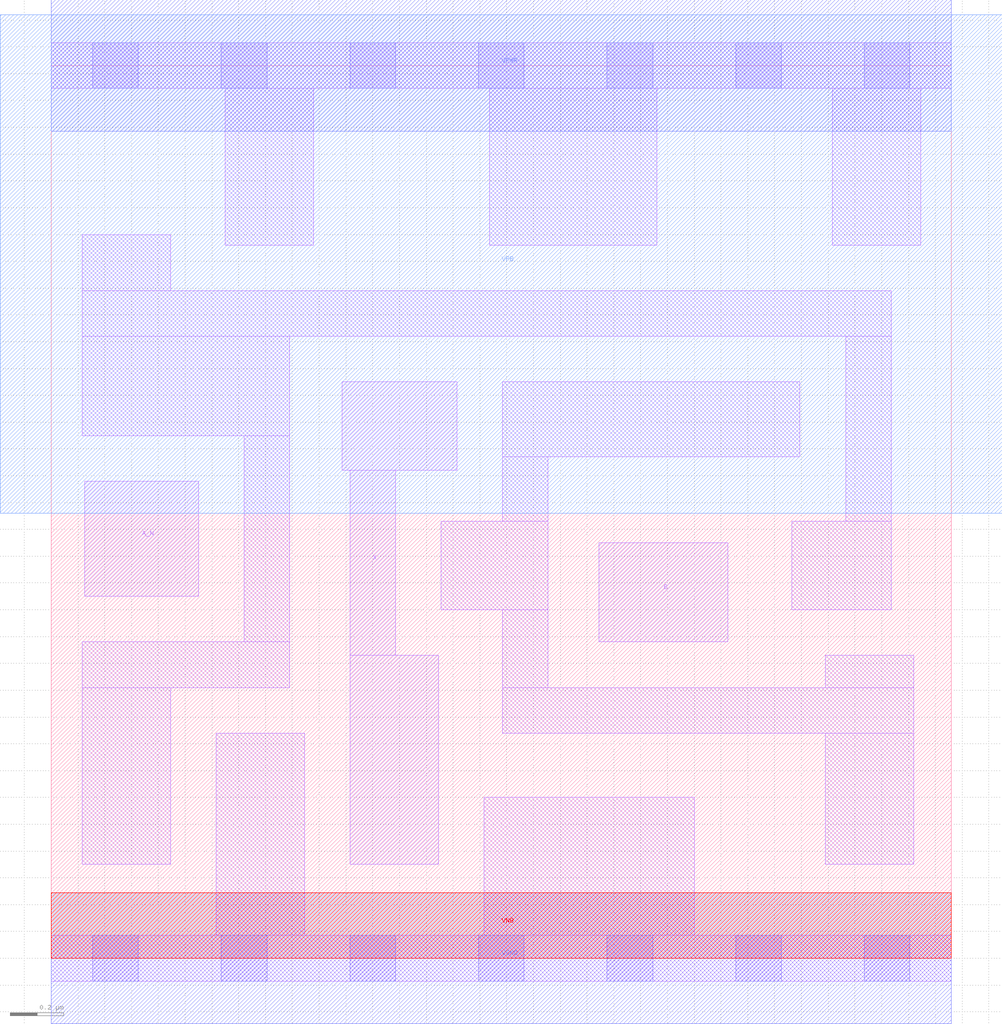
<source format=lef>
# Copyright 2020 The SkyWater PDK Authors
#
# Licensed under the Apache License, Version 2.0 (the "License");
# you may not use this file except in compliance with the License.
# You may obtain a copy of the License at
#
#     https://www.apache.org/licenses/LICENSE-2.0
#
# Unless required by applicable law or agreed to in writing, software
# distributed under the License is distributed on an "AS IS" BASIS,
# WITHOUT WARRANTIES OR CONDITIONS OF ANY KIND, either express or implied.
# See the License for the specific language governing permissions and
# limitations under the License.
#
# SPDX-License-Identifier: Apache-2.0

VERSION 5.7 ;
  NOWIREEXTENSIONATPIN ON ;
  DIVIDERCHAR "/" ;
  BUSBITCHARS "[]" ;
MACRO sky130_fd_sc_ls__and2b_2
  CLASS CORE ;
  FOREIGN sky130_fd_sc_ls__and2b_2 ;
  ORIGIN  0.000000  0.000000 ;
  SIZE  3.360000 BY  3.330000 ;
  SYMMETRY X Y ;
  SITE unit ;
  PIN A_N
    ANTENNAGATEAREA  0.208500 ;
    DIRECTION INPUT ;
    USE SIGNAL ;
    PORT
      LAYER li1 ;
        RECT 0.125000 1.350000 0.550000 1.780000 ;
    END
  END A_N
  PIN B
    ANTENNAGATEAREA  0.261000 ;
    DIRECTION INPUT ;
    USE SIGNAL ;
    PORT
      LAYER li1 ;
        RECT 2.045000 1.180000 2.525000 1.550000 ;
    END
  END B
  PIN X
    ANTENNADIFFAREA  0.543200 ;
    DIRECTION OUTPUT ;
    USE SIGNAL ;
    PORT
      LAYER li1 ;
        RECT 1.085000 1.820000 1.515000 2.150000 ;
        RECT 1.115000 0.350000 1.445000 1.130000 ;
        RECT 1.115000 1.130000 1.285000 1.820000 ;
    END
  END X
  PIN VGND
    DIRECTION INOUT ;
    SHAPE ABUTMENT ;
    USE GROUND ;
    PORT
      LAYER met1 ;
        RECT 0.000000 -0.245000 3.360000 0.245000 ;
    END
  END VGND
  PIN VNB
    DIRECTION INOUT ;
    USE GROUND ;
    PORT
      LAYER pwell ;
        RECT 0.000000 0.000000 3.360000 0.245000 ;
    END
  END VNB
  PIN VPB
    DIRECTION INOUT ;
    USE POWER ;
    PORT
      LAYER nwell ;
        RECT -0.190000 1.660000 3.550000 3.520000 ;
    END
  END VPB
  PIN VPWR
    DIRECTION INOUT ;
    SHAPE ABUTMENT ;
    USE POWER ;
    PORT
      LAYER met1 ;
        RECT 0.000000 3.085000 3.360000 3.575000 ;
    END
  END VPWR
  OBS
    LAYER li1 ;
      RECT 0.000000 -0.085000 3.360000 0.085000 ;
      RECT 0.000000  3.245000 3.360000 3.415000 ;
      RECT 0.115000  0.350000 0.445000 1.010000 ;
      RECT 0.115000  1.010000 0.890000 1.180000 ;
      RECT 0.115000  1.950000 0.890000 2.320000 ;
      RECT 0.115000  2.320000 3.135000 2.490000 ;
      RECT 0.115000  2.490000 0.445000 2.700000 ;
      RECT 0.615000  0.085000 0.945000 0.840000 ;
      RECT 0.650000  2.660000 0.980000 3.245000 ;
      RECT 0.720000  1.180000 0.890000 1.950000 ;
      RECT 1.455000  1.300000 1.855000 1.630000 ;
      RECT 1.615000  0.085000 2.400000 0.600000 ;
      RECT 1.635000  2.660000 2.260000 3.245000 ;
      RECT 1.685000  0.840000 3.220000 1.010000 ;
      RECT 1.685000  1.010000 1.855000 1.300000 ;
      RECT 1.685000  1.630000 1.855000 1.870000 ;
      RECT 1.685000  1.870000 2.795000 2.150000 ;
      RECT 2.765000  1.300000 3.135000 1.630000 ;
      RECT 2.890000  0.350000 3.220000 0.840000 ;
      RECT 2.890000  1.010000 3.220000 1.130000 ;
      RECT 2.915000  2.660000 3.245000 3.245000 ;
      RECT 2.965000  1.630000 3.135000 2.320000 ;
    LAYER mcon ;
      RECT 0.155000 -0.085000 0.325000 0.085000 ;
      RECT 0.155000  3.245000 0.325000 3.415000 ;
      RECT 0.635000 -0.085000 0.805000 0.085000 ;
      RECT 0.635000  3.245000 0.805000 3.415000 ;
      RECT 1.115000 -0.085000 1.285000 0.085000 ;
      RECT 1.115000  3.245000 1.285000 3.415000 ;
      RECT 1.595000 -0.085000 1.765000 0.085000 ;
      RECT 1.595000  3.245000 1.765000 3.415000 ;
      RECT 2.075000 -0.085000 2.245000 0.085000 ;
      RECT 2.075000  3.245000 2.245000 3.415000 ;
      RECT 2.555000 -0.085000 2.725000 0.085000 ;
      RECT 2.555000  3.245000 2.725000 3.415000 ;
      RECT 3.035000 -0.085000 3.205000 0.085000 ;
      RECT 3.035000  3.245000 3.205000 3.415000 ;
  END
END sky130_fd_sc_ls__and2b_2
END LIBRARY

</source>
